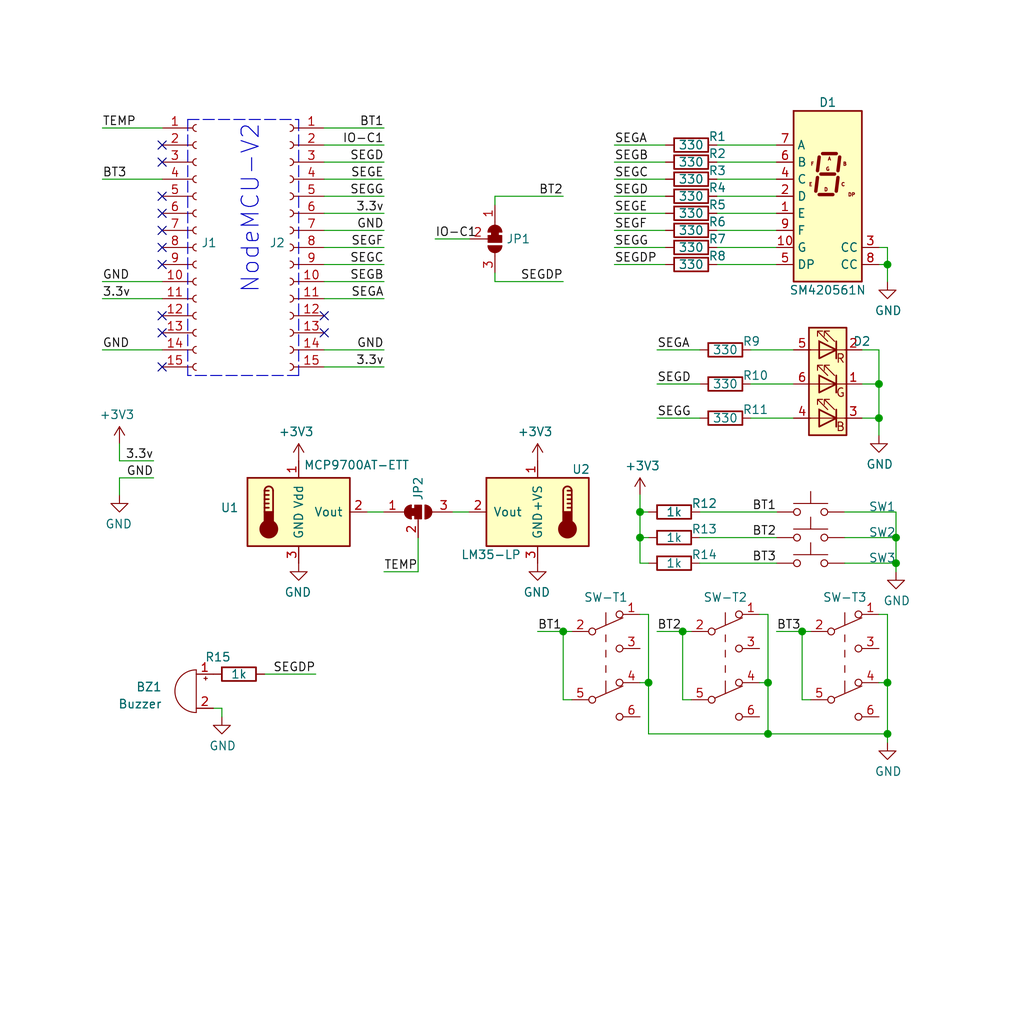
<source format=kicad_sch>
(kicad_sch (version 20210406) (generator eeschema)
  (paper "User" 152.4 152.4)
  (title_block (title "E707 Basic NodeMCU-V2 Shield") (date "2021-04-05") (rev "1.2S-U") (company "Electro707") (comment 1 "Jamal Bouajjaj"))
  (lib_symbols
    (symbol "Connector:Conn_01x15_Female" (pin_names (offset 1.016) hide)
      (property "Reference" "J" (at 0 20.32 0))
      (property "Value" "Conn_01x15_Female" (at 0 -20.32 0))
      (symbol "Conn_01x15_Female_1_1"
        (arc (start 0 -17.272) (end 0 -18.288) (radius (at 0 -17.78) (length 0.508) (angles 90.1 -90.1)) (stroke (width 0.1524)))
        (arc (start 0 -14.732) (end 0 -15.748) (radius (at 0 -15.24) (length 0.508) (angles 90.1 -90.1)) (stroke (width 0.1524)))
        (arc (start 0 -12.192) (end 0 -13.208) (radius (at 0 -12.7) (length 0.508) (angles 90.1 -90.1)) (stroke (width 0.1524)))
        (arc (start 0 -9.652) (end 0 -10.668) (radius (at 0 -10.16) (length 0.508) (angles 90.1 -90.1)) (stroke (width 0.1524)))
        (arc (start 0 -7.112) (end 0 -8.128) (radius (at 0 -7.62) (length 0.508) (angles 90.1 -90.1)) (stroke (width 0.1524)))
        (arc (start 0 -4.572) (end 0 -5.588) (radius (at 0 -5.08) (length 0.508) (angles 90.1 -90.1)) (stroke (width 0.1524)))
        (arc (start 0 -2.032) (end 0 -3.048) (radius (at 0 -2.54) (length 0.508) (angles 90.1 -90.1)) (stroke (width 0.1524)))
        (arc (start 0 0.508) (end 0 -0.508) (radius (at 0 0) (length 0.508) (angles 90.1 -90.1)) (stroke (width 0.1524)))
        (arc (start 0 3.048) (end 0 2.032) (radius (at 0 2.54) (length 0.508) (angles 90.1 -90.1)) (stroke (width 0.1524)))
        (arc (start 0 5.588) (end 0 4.572) (radius (at 0 5.08) (length 0.508) (angles 90.1 -90.1)) (stroke (width 0.1524)))
        (arc (start 0 8.128) (end 0 7.112) (radius (at 0 7.62) (length 0.508) (angles 90.1 -90.1)) (stroke (width 0.1524)))
        (arc (start 0 10.668) (end 0 9.652) (radius (at 0 10.16) (length 0.508) (angles 90.1 -90.1)) (stroke (width 0.1524)))
        (arc (start 0 13.208) (end 0 12.192) (radius (at 0 12.7) (length 0.508) (angles 90.1 -90.1)) (stroke (width 0.1524)))
        (arc (start 0 15.748) (end 0 14.732) (radius (at 0 15.24) (length 0.508) (angles 90.1 -90.1)) (stroke (width 0.1524)))
        (arc (start 0 18.288) (end 0 17.272) (radius (at 0 17.78) (length 0.508) (angles 90.1 -90.1)) (stroke (width 0.1524)))
        (polyline (pts (xy -1.27 -17.78) (xy -0.508 -17.78)) (stroke (width 0.1524)))
        (polyline (pts (xy -1.27 -15.24) (xy -0.508 -15.24)) (stroke (width 0.1524)))
        (polyline (pts (xy -1.27 -12.7) (xy -0.508 -12.7)) (stroke (width 0.1524)))
        (polyline (pts (xy -1.27 -10.16) (xy -0.508 -10.16)) (stroke (width 0.1524)))
        (polyline (pts (xy -1.27 -7.62) (xy -0.508 -7.62)) (stroke (width 0.1524)))
        (polyline (pts (xy -1.27 -5.08) (xy -0.508 -5.08)) (stroke (width 0.1524)))
        (polyline (pts (xy -1.27 -2.54) (xy -0.508 -2.54)) (stroke (width 0.1524)))
        (polyline (pts (xy -1.27 0) (xy -0.508 0)) (stroke (width 0.1524)))
        (polyline (pts (xy -1.27 2.54) (xy -0.508 2.54)) (stroke (width 0.1524)))
        (polyline (pts (xy -1.27 5.08) (xy -0.508 5.08)) (stroke (width 0.1524)))
        (polyline (pts (xy -1.27 7.62) (xy -0.508 7.62)) (stroke (width 0.1524)))
        (polyline (pts (xy -1.27 10.16) (xy -0.508 10.16)) (stroke (width 0.1524)))
        (polyline (pts (xy -1.27 12.7) (xy -0.508 12.7)) (stroke (width 0.1524)))
        (polyline (pts (xy -1.27 15.24) (xy -0.508 15.24)) (stroke (width 0.1524)))
        (polyline (pts (xy -1.27 17.78) (xy -0.508 17.78)) (stroke (width 0.1524)))
        (pin passive line (at -5.08 17.78 0) (length 3.81) (name "Pin_1") (number "1"))
        (pin passive line (at -5.08 -5.08 0) (length 3.81) (name "Pin_10") (number "10"))
        (pin passive line (at -5.08 -7.62 0) (length 3.81) (name "Pin_11") (number "11"))
        (pin passive line (at -5.08 -10.16 0) (length 3.81) (name "Pin_12") (number "12"))
        (pin passive line (at -5.08 -12.7 0) (length 3.81) (name "Pin_13") (number "13"))
        (pin passive line (at -5.08 -15.24 0) (length 3.81) (name "Pin_14") (number "14"))
        (pin passive line (at -5.08 -17.78 0) (length 3.81) (name "Pin_15") (number "15"))
        (pin passive line (at -5.08 15.24 0) (length 3.81) (name "Pin_2") (number "2"))
        (pin passive line (at -5.08 12.7 0) (length 3.81) (name "Pin_3") (number "3"))
        (pin passive line (at -5.08 10.16 0) (length 3.81) (name "Pin_4") (number "4"))
        (pin passive line (at -5.08 7.62 0) (length 3.81) (name "Pin_5") (number "5"))
        (pin passive line (at -5.08 5.08 0) (length 3.81) (name "Pin_6") (number "6"))
        (pin passive line (at -5.08 2.54 0) (length 3.81) (name "Pin_7") (number "7"))
        (pin passive line (at -5.08 0 0) (length 3.81) (name "Pin_8") (number "8"))
        (pin passive line (at -5.08 -2.54 0) (length 3.81) (name "Pin_9") (number "9"))
      )
    )
    (symbol "Device:Buzzer" (pin_names (offset 0.0254) hide)
      (property "Reference" "BZ" (at 3.81 1.27 0))
      (property "Value" "Buzzer" (at 3.81 -1.27 0))
      (symbol "Buzzer_0_1"
        (arc (start 0 -3.175) (end 0 3.175) (radius (at 0 0) (length 3.175) (angles -89.9 89.9)))
        (polyline (pts (xy -1.651 1.905) (xy -1.143 1.905)))
        (polyline (pts (xy -1.397 2.159) (xy -1.397 1.651)))
        (polyline (pts (xy 0 3.175) (xy 0 -3.175)))
      )
      (symbol "Buzzer_1_1"
        (pin passive line (at -2.54 2.54 0) (length 2.54) (name "-") (number "1"))
        (pin passive line (at -2.54 -2.54 0) (length 2.54) (name "+") (number "2"))
      )
    )
    (symbol "Device:LED_RGB" (pin_names (offset 0) hide)
      (property "Reference" "D2" (at -5.08 6.35 0))
      (symbol "LED_RGB_0_0"
        (text "B" (at -1.905 -6.35 0) (effects (font (size 1.27 1.27))))
        (text "G" (at -1.905 -1.27 0) (effects (font (size 1.27 1.27))))
        (text "R" (at -1.905 3.81 0) (effects (font (size 1.27 1.27))))
      )
      (symbol "LED_RGB_0_1"
        (rectangle (start 1.27 -1.27) (end 1.27 1.27))
        (rectangle (start 1.27 1.27) (end 1.27 1.27))
        (rectangle (start 1.27 3.81) (end 1.27 6.35))
        (rectangle (start 1.27 6.35) (end 1.27 6.35))
        (rectangle (start 2.794 8.382) (end -2.794 -7.62) (stroke (width 0.254)) (fill (type background)))
        (polyline (pts (xy -1.27 -5.08) (xy -2.54 -5.08)))
        (polyline (pts (xy -1.27 -5.08) (xy 1.27 -5.08)))
        (polyline (pts (xy -1.27 -3.81) (xy -1.27 -6.35)) (stroke (width 0.254)))
        (polyline (pts (xy -1.27 0) (xy -2.54 0)))
        (polyline (pts (xy -1.27 1.27) (xy -1.27 -1.27)) (stroke (width 0.254)))
        (polyline (pts (xy -1.27 5.08) (xy -2.54 5.08)))
        (polyline (pts (xy -1.27 5.08) (xy 1.27 5.08)))
        (polyline (pts (xy -1.27 6.35) (xy -1.27 3.81)) (stroke (width 0.254)))
        (polyline (pts (xy 1.27 -5.08) (xy 2.54 -5.08)))
        (polyline (pts (xy 1.27 0) (xy -1.27 0)))
        (polyline (pts (xy 1.27 0) (xy 2.54 0)))
        (polyline (pts (xy 1.27 5.08) (xy 2.54 5.08)))
        (polyline (pts (xy -1.27 1.27) (xy -1.27 -1.27) (xy -1.27 -1.27)))
        (polyline (pts (xy -1.27 6.35) (xy -1.27 3.81) (xy -1.27 3.81)))
        (polyline (pts (xy 1.27 -3.81) (xy 1.27 -6.35) (xy -1.27 -5.08) (xy 1.27 -3.81)) (stroke (width 0.254)))
        (polyline (pts (xy 1.27 1.27) (xy 1.27 -1.27) (xy -1.27 0) (xy 1.27 1.27)) (stroke (width 0.254)))
        (polyline (pts (xy 1.27 6.35) (xy 1.27 3.81) (xy -1.27 5.08) (xy 1.27 6.35)) (stroke (width 0.254)))
        (polyline (pts (xy -1.016 -3.81) (xy 0.508 -2.286) (xy -0.254 -2.286) (xy 0.508 -2.286) (xy 0.508 -3.048)))
        (polyline (pts (xy -1.016 1.27) (xy 0.508 2.794) (xy -0.254 2.794) (xy 0.508 2.794) (xy 0.508 2.032)))
        (polyline (pts (xy -1.016 6.35) (xy 0.508 7.874) (xy -0.254 7.874) (xy 0.508 7.874) (xy 0.508 7.112)))
        (polyline (pts (xy 0 -3.81) (xy 1.524 -2.286) (xy 0.762 -2.286) (xy 1.524 -2.286) (xy 1.524 -3.048)))
        (polyline (pts (xy 0 1.27) (xy 1.524 2.794) (xy 0.762 2.794) (xy 1.524 2.794) (xy 1.524 2.032)))
        (polyline (pts (xy 0 6.35) (xy 1.524 7.874) (xy 0.762 7.874) (xy 1.524 7.874) (xy 1.524 7.112)))
      )
      (symbol "LED_RGB_1_1"
        (pin passive line (at -5.08 0 0) (length 2.54) (name "GK") (number "1"))
        (pin passive line (at -5.08 5.08 0) (length 2.54) (name "RK") (number "2"))
        (pin passive line (at -5.08 -5.08 0) (length 2.54) (name "BK") (number "3"))
        (pin passive line (at 5.08 -5.08 180) (length 2.54) (name "BA") (number "4"))
        (pin passive line (at 5.08 5.08 180) (length 2.54) (name "RA") (number "5"))
        (pin passive line (at 5.08 0 180) (length 2.54) (name "GA") (number "6"))
      )
    )
    (symbol "Device:R" (pin_numbers hide) (pin_names (offset 0))
      (property "Reference" "R" (at 2.032 0 90))
      (property "Value" "R" (at 0 0 90))
      (symbol "R_0_1"
        (rectangle (start -1.016 -2.54) (end 1.016 2.54) (stroke (width 0.254)))
      )
      (symbol "R_1_1"
        (pin passive line (at 0 3.81 270) (length 1.27) (name "~") (number "1"))
        (pin passive line (at 0 -3.81 90) (length 1.27) (name "~") (number "2"))
      )
    )
    (symbol "Display_Character:SM420561N"
      (property "Reference" "U" (at -2.54 13.97 0))
      (property "Value" "SM420561N" (at 1.27 13.97 0))
      (symbol "SM420561N_0_0"
        (text "A" (at 0.254 5.588 0) (effects (font (size 0.508 0.508))))
        (text "B" (at 2.54 4.826 0) (effects (font (size 0.508 0.508))))
        (text "C" (at 2.286 1.778 0) (effects (font (size 0.508 0.508))))
        (text "D" (at -0.254 1.016 0) (effects (font (size 0.508 0.508))))
        (text "DP" (at 3.556 0.254 0) (effects (font (size 0.508 0.508))))
        (text "E" (at -2.54 1.778 0) (effects (font (size 0.508 0.508))))
        (text "F" (at -2.286 4.826 0) (effects (font (size 0.508 0.508))))
        (text "G" (at 0 4.064 0) (effects (font (size 0.508 0.508))))
      )
      (symbol "SM420561N_0_1"
        (rectangle (start -5.08 12.7) (end 5.08 -12.7) (stroke (width 0.254)) (fill (type background)))
        (polyline (pts (xy -1.524 2.794) (xy -1.778 0.762)) (stroke (width 0.508)))
        (polyline (pts (xy -1.27 0.254) (xy 0.762 0.254)) (stroke (width 0.508)))
        (polyline (pts (xy -1.27 5.842) (xy -1.524 3.81)) (stroke (width 0.508)))
        (polyline (pts (xy -1.016 3.302) (xy 1.016 3.302)) (stroke (width 0.508)))
        (polyline (pts (xy -0.762 6.35) (xy 1.27 6.35)) (stroke (width 0.508)))
        (polyline (pts (xy 1.524 2.794) (xy 1.27 0.762)) (stroke (width 0.508)))
        (polyline (pts (xy 1.778 5.842) (xy 1.524 3.81)) (stroke (width 0.508)))
        (polyline (pts (xy 2.54 0.254) (xy 2.54 0.254)) (stroke (width 0.508)))
      )
      (symbol "SM420561N_1_1"
        (pin input line (at -7.62 -2.54 0) (length 2.54) (name "E") (number "1"))
        (pin input line (at -7.62 -7.62 0) (length 2.54) (name "G") (number "10"))
        (pin input line (at -7.62 0 0) (length 2.54) (name "D") (number "2"))
        (pin input line (at 7.62 -7.62 180) (length 2.54) (name "CC") (number "3"))
        (pin input line (at -7.62 2.54 0) (length 2.54) (name "C") (number "4"))
        (pin input line (at -7.62 -10.16 0) (length 2.54) (name "DP") (number "5"))
        (pin input line (at -7.62 5.08 0) (length 2.54) (name "B") (number "6"))
        (pin input line (at -7.62 7.62 0) (length 2.54) (name "A") (number "7"))
        (pin input line (at 7.62 -10.16 180) (length 2.54) (name "CC") (number "8"))
        (pin input line (at -7.62 -5.08 0) (length 2.54) (name "F") (number "9"))
      )
    )
    (symbol "Jumper:SolderJumper_3_Bridged12" (pin_names (offset 0) hide)
      (property "Reference" "JP" (at -2.54 -2.54 0))
      (property "Value" "SolderJumper_3_Bridged12" (at 0 2.794 0))
      (symbol "SolderJumper_3_Bridged12_0_1"
        (arc (start -1.016 1.016) (end -1.016 -1.016) (radius (at -1.016 0) (length 1.016) (angles 90.1 -90.1)))
        (arc (start 1.016 -1.016) (end 1.016 1.016) (radius (at 1.016 0) (length 1.016) (angles -89.9 89.9)))
        (arc (start -1.016 1.016) (end -1.016 -1.016) (radius (at -1.016 0) (length 1.016) (angles 90.1 -90.1)) (fill (type outline)))
        (arc (start 1.016 -1.016) (end 1.016 1.016) (radius (at 1.016 0) (length 1.016) (angles -89.9 89.9)) (fill (type outline)))
        (rectangle (start -1.016 0.508) (end -0.508 -0.508) (fill (type outline)))
        (rectangle (start -0.508 1.016) (end 0.508 -1.016) (fill (type outline)))
        (polyline (pts (xy -2.54 0) (xy -2.032 0)))
        (polyline (pts (xy -1.016 1.016) (xy -1.016 -1.016)))
        (polyline (pts (xy 0 -1.27) (xy 0 -1.016)))
        (polyline (pts (xy 1.016 1.016) (xy 1.016 -1.016)))
        (polyline (pts (xy 2.54 0) (xy 2.032 0)))
      )
      (symbol "SolderJumper_3_Bridged12_1_1"
        (pin passive line (at -5.08 0 0) (length 2.54) (name "A") (number "1"))
        (pin input line (at 0 -3.81 90) (length 2.54) (name "C") (number "2"))
        (pin passive line (at 5.08 0 180) (length 2.54) (name "B") (number "3"))
      )
    )
    (symbol "Sensor_Temperature:LM35-LP" (pin_names (offset 1.016))
      (property "Reference" "U" (at -6.35 6.35 0))
      (property "Value" "LM35-LP" (at 1.27 6.35 0))
      (symbol "LM35-LP_0_1"
        (arc (start -3.81 3.175) (end -5.08 3.175) (radius (at -4.445 3.175) (length 0.635) (angles 0.1 179.9)) (stroke (width 0.254)))
        (circle (center -4.445 -2.54) (radius 1.27) (stroke (width 0.254)) (fill (type outline)))
        (rectangle (start -3.81 -1.905) (end -5.08 0) (stroke (width 0.254)) (fill (type outline)))
        (rectangle (start -7.62 5.08) (end 7.62 -5.08) (stroke (width 0.254)) (fill (type background)))
        (polyline (pts (xy -5.08 0.635) (xy -4.445 0.635)) (stroke (width 0.254)))
        (polyline (pts (xy -5.08 1.27) (xy -4.445 1.27)) (stroke (width 0.254)))
        (polyline (pts (xy -5.08 1.905) (xy -4.445 1.905)) (stroke (width 0.254)))
        (polyline (pts (xy -5.08 2.54) (xy -4.445 2.54)) (stroke (width 0.254)))
        (polyline (pts (xy -5.08 3.175) (xy -5.08 0)) (stroke (width 0.254)))
        (polyline (pts (xy -5.08 3.175) (xy -4.445 3.175)) (stroke (width 0.254)))
        (polyline (pts (xy -3.81 3.175) (xy -3.81 0)) (stroke (width 0.254)))
      )
      (symbol "LM35-LP_1_1"
        (pin power_in line (at 0 7.62 270) (length 2.54) (name "+VS") (number "1"))
        (pin output line (at 10.16 0 180) (length 2.54) (name "Vout") (number "2"))
        (pin power_in line (at 0 -7.62 90) (length 2.54) (name "GND") (number "3"))
      )
    )
    (symbol "Sensor_Temperature:MCP9700AT-ETT" (pin_names (offset 1.016))
      (property "Reference" "U" (at -6.35 6.35 0))
      (property "Value" "MCP9700AT-ETT" (at 1.27 6.35 0))
      (symbol "MCP9700AT-ETT_0_1"
        (arc (start -3.81 3.175) (end -5.08 3.175) (radius (at -4.445 3.175) (length 0.635) (angles 0.1 179.9)) (stroke (width 0.254)))
        (circle (center -4.445 -2.54) (radius 1.27) (stroke (width 0.254)) (fill (type outline)))
        (rectangle (start -3.81 -1.905) (end -5.08 0) (stroke (width 0.254)) (fill (type outline)))
        (rectangle (start -7.62 5.08) (end 7.62 -5.08) (stroke (width 0.254)) (fill (type background)))
        (polyline (pts (xy -5.08 0.635) (xy -4.445 0.635)) (stroke (width 0.254)))
        (polyline (pts (xy -5.08 1.27) (xy -4.445 1.27)) (stroke (width 0.254)))
        (polyline (pts (xy -5.08 1.905) (xy -4.445 1.905)) (stroke (width 0.254)))
        (polyline (pts (xy -5.08 2.54) (xy -4.445 2.54)) (stroke (width 0.254)))
        (polyline (pts (xy -5.08 3.175) (xy -5.08 0)) (stroke (width 0.254)))
        (polyline (pts (xy -5.08 3.175) (xy -4.445 3.175)) (stroke (width 0.254)))
        (polyline (pts (xy -3.81 3.175) (xy -3.81 0)) (stroke (width 0.254)))
      )
      (symbol "MCP9700AT-ETT_1_1"
        (pin power_in line (at 0 7.62 270) (length 2.54) (name "Vdd") (number "1"))
        (pin output line (at 10.16 0 180) (length 2.54) (name "Vout") (number "2"))
        (pin power_in line (at 0 -7.62 90) (length 2.54) (name "GND") (number "3"))
      )
    )
    (symbol "Switch:SW_Push" (pin_numbers hide) (pin_names (offset 1.016) hide)
      (property "Reference" "SW" (at 1.27 2.54 0))
      (property "Value" "SW_Push" (at 0 -1.524 0))
      (symbol "SW_Push_0_1"
        (circle (center -2.032 0) (radius 0.508))
        (circle (center 2.032 0) (radius 0.508))
        (polyline (pts (xy 0 1.27) (xy 0 3.048)))
        (polyline (pts (xy 2.54 1.27) (xy -2.54 1.27)))
        (pin passive line (at -5.08 0 0) (length 2.54) (name "1") (number "1"))
        (pin passive line (at 5.08 0 180) (length 2.54) (name "2") (number "2"))
      )
    )
    (symbol "Switch:SW_Push_DPDT" (pin_names (offset 0) hide)
      (property "Reference" "SW" (at 0 8.89 0))
      (property "Value" "SW_Push_DPDT" (at 0 -10.16 0))
      (symbol "SW_Push_DPDT_0_0"
        (circle (center -2.032 -5.08) (radius 0.508))
        (circle (center -2.032 5.08) (radius 0.508))
        (circle (center 2.032 -7.62) (radius 0.508))
        (circle (center 2.032 2.54) (radius 0.508))
      )
      (symbol "SW_Push_DPDT_0_1"
        (circle (center 2.032 -2.54) (radius 0.508))
        (circle (center 2.032 7.62) (radius 0.508))
        (polyline (pts (xy -1.524 -4.826) (xy 2.54 -3.048)))
        (polyline (pts (xy -1.524 5.334) (xy 2.54 7.112)))
        (polyline (pts (xy 0 -2.286) (xy 0 -4.064)))
        (polyline (pts (xy 0 -1.016) (xy 0 0)))
        (polyline (pts (xy 0 1.27) (xy 0 2.286)))
        (polyline (pts (xy 0 3.556) (xy 0 4.572)))
        (polyline (pts (xy 0 7.874) (xy 0 6.096)))
      )
      (symbol "SW_Push_DPDT_1_1"
        (pin passive line (at 5.08 7.62 180) (length 2.54) (name "A") (number "1"))
        (pin passive line (at -5.08 5.08 0) (length 2.54) (name "B") (number "2"))
        (pin passive line (at 5.08 2.54 180) (length 2.54) (name "C") (number "3"))
        (pin passive line (at 5.08 -2.54 180) (length 2.54) (name "A") (number "4"))
        (pin passive line (at -5.08 -5.08 0) (length 2.54) (name "B") (number "5"))
        (pin passive line (at 5.08 -7.62 180) (length 2.54) (name "C") (number "6"))
      )
    )
    (symbol "power:+3.3V" (power) (pin_names (offset 0))
      (property "Value" "+3.3V" (at 0 3.556 0))
      (symbol "+3.3V_0_1"
        (polyline (pts (xy -0.762 1.27) (xy 0 2.54)))
        (polyline (pts (xy 0 0) (xy 0 2.54)))
        (polyline (pts (xy 0 2.54) (xy 0.762 1.27)))
      )
      (symbol "+3.3V_1_1"
        (pin power_in line (at 0 0 90) (length 0) hide (name "+3V3") (number "1"))
      )
    )
    (symbol "power:GND" (power) (pin_names (offset 0))
      (property "Value" "GND" (at 0 -3.81 0))
      (symbol "GND_0_1"
        (polyline (pts (xy 0 0) (xy 0 -1.27) (xy 1.27 -1.27) (xy 0 -2.54) (xy -1.27 -1.27) (xy 0 -1.27)))
      )
      (symbol "GND_1_1"
        (pin power_in line (at 0 0 270) (length 0) hide (name "GND") (number "1"))
      )
    )
  )
  (junction (at 83.82 93.98) (diameter 1.016))
  (junction (at 95.25 76.2) (diameter 1.016))
  (junction (at 95.25 80.01) (diameter 1.016))
  (junction (at 96.52 101.6) (diameter 1.016))
  (junction (at 101.6 93.98) (diameter 1.016))
  (junction (at 114.3 101.6) (diameter 1.016))
  (junction (at 114.3 109.22) (diameter 1.016))
  (junction (at 119.38 93.98) (diameter 1.016))
  (junction (at 130.81 57.15) (diameter 1.016))
  (junction (at 130.81 62.23) (diameter 1.016))
  (junction (at 132.08 39.37) (diameter 1.016))
  (junction (at 132.08 101.6) (diameter 1.016))
  (junction (at 132.08 109.22) (diameter 1.016))
  (junction (at 133.35 80.01) (diameter 1.016))
  (junction (at 133.35 83.82) (diameter 1.016))
  (no_connect (at 24.13 21.59))
  (no_connect (at 24.13 24.13))
  (no_connect (at 24.13 29.21))
  (no_connect (at 24.13 31.75))
  (no_connect (at 24.13 34.29))
  (no_connect (at 24.13 36.83))
  (no_connect (at 24.13 39.37))
  (no_connect (at 24.13 46.99))
  (no_connect (at 24.13 49.53))
  (no_connect (at 24.13 54.61))
  (no_connect (at 48.26 46.99))
  (no_connect (at 48.26 49.53))
  (wire (pts (xy 15.24 19.05) (xy 24.13 19.05)))
  (wire (pts (xy 15.24 26.67) (xy 24.13 26.67)))
  (wire (pts (xy 15.24 41.91) (xy 24.13 41.91)))
  (wire (pts (xy 15.24 44.45) (xy 24.13 44.45)))
  (wire (pts (xy 15.24 52.07) (xy 24.13 52.07)))
  (wire (pts (xy 17.78 68.58) (xy 17.78 66.04)))
  (wire (pts (xy 17.78 71.12) (xy 17.78 73.66)))
  (wire (pts (xy 22.86 68.58) (xy 17.78 68.58)))
  (wire (pts (xy 22.86 71.12) (xy 17.78 71.12)))
  (wire (pts (xy 33.02 105.41) (xy 31.75 105.41)))
  (wire (pts (xy 33.02 106.68) (xy 33.02 105.41)))
  (wire (pts (xy 39.37 100.33) (xy 46.99 100.33)))
  (wire (pts (xy 54.61 76.2) (xy 57.15 76.2)))
  (wire (pts (xy 57.15 19.05) (xy 48.26 19.05)))
  (wire (pts (xy 57.15 21.59) (xy 48.26 21.59)))
  (wire (pts (xy 57.15 24.13) (xy 48.26 24.13)))
  (wire (pts (xy 57.15 26.67) (xy 48.26 26.67)))
  (wire (pts (xy 57.15 29.21) (xy 48.26 29.21)))
  (wire (pts (xy 57.15 31.75) (xy 48.26 31.75)))
  (wire (pts (xy 57.15 34.29) (xy 48.26 34.29)))
  (wire (pts (xy 57.15 36.83) (xy 48.26 36.83)))
  (wire (pts (xy 57.15 39.37) (xy 48.26 39.37)))
  (wire (pts (xy 57.15 41.91) (xy 48.26 41.91)))
  (wire (pts (xy 57.15 44.45) (xy 48.26 44.45)))
  (wire (pts (xy 57.15 52.07) (xy 48.26 52.07)))
  (wire (pts (xy 57.15 54.61) (xy 48.26 54.61)))
  (wire (pts (xy 62.23 80.01) (xy 62.23 85.09)))
  (wire (pts (xy 62.23 85.09) (xy 57.15 85.09)))
  (wire (pts (xy 64.77 35.56) (xy 69.85 35.56)))
  (wire (pts (xy 67.31 76.2) (xy 69.85 76.2)))
  (wire (pts (xy 73.66 29.21) (xy 73.66 30.48)))
  (wire (pts (xy 73.66 41.91) (xy 73.66 40.64)))
  (wire (pts (xy 73.66 41.91) (xy 83.82 41.91)))
  (wire (pts (xy 80.01 93.98) (xy 83.82 93.98)))
  (wire (pts (xy 83.82 29.21) (xy 73.66 29.21)))
  (wire (pts (xy 83.82 93.98) (xy 85.09 93.98)))
  (wire (pts (xy 83.82 104.14) (xy 83.82 93.98)))
  (wire (pts (xy 85.09 104.14) (xy 83.82 104.14)))
  (wire (pts (xy 91.44 21.59) (xy 99.06 21.59)))
  (wire (pts (xy 91.44 24.13) (xy 99.06 24.13)))
  (wire (pts (xy 91.44 26.67) (xy 99.06 26.67)))
  (wire (pts (xy 91.44 29.21) (xy 99.06 29.21)))
  (wire (pts (xy 91.44 31.75) (xy 99.06 31.75)))
  (wire (pts (xy 91.44 34.29) (xy 99.06 34.29)))
  (wire (pts (xy 91.44 36.83) (xy 99.06 36.83)))
  (wire (pts (xy 91.44 39.37) (xy 99.06 39.37)))
  (wire (pts (xy 95.25 73.66) (xy 95.25 76.2)))
  (wire (pts (xy 95.25 76.2) (xy 95.25 80.01)))
  (wire (pts (xy 95.25 76.2) (xy 96.52 76.2)))
  (wire (pts (xy 95.25 80.01) (xy 95.25 83.82)))
  (wire (pts (xy 95.25 80.01) (xy 96.52 80.01)))
  (wire (pts (xy 95.25 83.82) (xy 96.52 83.82)))
  (wire (pts (xy 95.25 91.44) (xy 96.52 91.44)))
  (wire (pts (xy 96.52 91.44) (xy 96.52 101.6)))
  (wire (pts (xy 96.52 101.6) (xy 95.25 101.6)))
  (wire (pts (xy 96.52 101.6) (xy 96.52 109.22)))
  (wire (pts (xy 96.52 109.22) (xy 114.3 109.22)))
  (wire (pts (xy 97.79 52.07) (xy 104.14 52.07)))
  (wire (pts (xy 97.79 57.15) (xy 104.14 57.15)))
  (wire (pts (xy 97.79 62.23) (xy 104.14 62.23)))
  (wire (pts (xy 97.79 93.98) (xy 101.6 93.98)))
  (wire (pts (xy 101.6 93.98) (xy 102.87 93.98)))
  (wire (pts (xy 101.6 104.14) (xy 101.6 93.98)))
  (wire (pts (xy 102.87 104.14) (xy 101.6 104.14)))
  (wire (pts (xy 104.14 80.01) (xy 115.57 80.01)))
  (wire (pts (xy 104.14 83.82) (xy 115.57 83.82)))
  (wire (pts (xy 106.68 21.59) (xy 115.57 21.59)))
  (wire (pts (xy 106.68 24.13) (xy 115.57 24.13)))
  (wire (pts (xy 106.68 26.67) (xy 115.57 26.67)))
  (wire (pts (xy 106.68 29.21) (xy 115.57 29.21)))
  (wire (pts (xy 106.68 31.75) (xy 115.57 31.75)))
  (wire (pts (xy 106.68 34.29) (xy 115.57 34.29)))
  (wire (pts (xy 106.68 36.83) (xy 115.57 36.83)))
  (wire (pts (xy 106.68 39.37) (xy 115.57 39.37)))
  (wire (pts (xy 111.76 52.07) (xy 118.11 52.07)))
  (wire (pts (xy 111.76 57.15) (xy 118.11 57.15)))
  (wire (pts (xy 111.76 62.23) (xy 118.11 62.23)))
  (wire (pts (xy 113.03 91.44) (xy 114.3 91.44)))
  (wire (pts (xy 114.3 91.44) (xy 114.3 101.6)))
  (wire (pts (xy 114.3 101.6) (xy 113.03 101.6)))
  (wire (pts (xy 114.3 109.22) (xy 114.3 101.6)))
  (wire (pts (xy 114.3 109.22) (xy 132.08 109.22)))
  (wire (pts (xy 115.57 76.2) (xy 104.14 76.2)))
  (wire (pts (xy 115.57 93.98) (xy 119.38 93.98)))
  (wire (pts (xy 119.38 93.98) (xy 120.65 93.98)))
  (wire (pts (xy 119.38 104.14) (xy 119.38 93.98)))
  (wire (pts (xy 120.65 104.14) (xy 119.38 104.14)))
  (wire (pts (xy 125.73 76.2) (xy 133.35 76.2)))
  (wire (pts (xy 125.73 80.01) (xy 133.35 80.01)))
  (wire (pts (xy 125.73 83.82) (xy 133.35 83.82)))
  (wire (pts (xy 128.27 52.07) (xy 130.81 52.07)))
  (wire (pts (xy 128.27 62.23) (xy 130.81 62.23)))
  (wire (pts (xy 130.81 36.83) (xy 132.08 36.83)))
  (wire (pts (xy 130.81 52.07) (xy 130.81 57.15)))
  (wire (pts (xy 130.81 57.15) (xy 128.27 57.15)))
  (wire (pts (xy 130.81 62.23) (xy 130.81 57.15)))
  (wire (pts (xy 130.81 64.77) (xy 130.81 62.23)))
  (wire (pts (xy 130.81 91.44) (xy 132.08 91.44)))
  (wire (pts (xy 132.08 36.83) (xy 132.08 39.37)))
  (wire (pts (xy 132.08 39.37) (xy 130.81 39.37)))
  (wire (pts (xy 132.08 39.37) (xy 132.08 41.91)))
  (wire (pts (xy 132.08 91.44) (xy 132.08 101.6)))
  (wire (pts (xy 132.08 101.6) (xy 130.81 101.6)))
  (wire (pts (xy 132.08 101.6) (xy 132.08 109.22)))
  (wire (pts (xy 132.08 110.49) (xy 132.08 109.22)))
  (wire (pts (xy 133.35 76.2) (xy 133.35 80.01)))
  (wire (pts (xy 133.35 80.01) (xy 133.35 83.82)))
  (wire (pts (xy 133.35 83.82) (xy 133.35 85.09)))
  (polyline (pts (xy 27.94 17.78) (xy 27.94 55.88)) (stroke (width 0) (type dash)))
  (polyline (pts (xy 27.94 17.78) (xy 44.45 17.78)) (stroke (width 0) (type dash)))
  (polyline (pts (xy 44.45 17.78) (xy 44.45 55.88)) (stroke (width 0) (type dash)))
  (polyline (pts (xy 44.45 55.88) (xy 27.94 55.88)) (stroke (width 0) (type dash)))
  (text "NodeMCU-V2" (at 38.735 18.415 270) (effects (font (size 2.54 2.54)) (justify right bottom)))
  (label "TEMP" (at 15.24 19.05 0))
  (label "BT3" (at 15.24 26.67 0))
  (label "GND" (at 15.24 41.91 0))
  (label "3.3v" (at 15.24 44.45 0))
  (label "GND" (at 15.24 52.07 0))
  (label "3.3v" (at 22.86 68.58 180))
  (label "GND" (at 22.86 71.12 180))
  (label "SEGDP" (at 46.99 100.33 180))
  (label "BT1" (at 57.15 19.05 180))
  (label "IO-C1" (at 57.15 21.59 180))
  (label "SEGD" (at 57.15 24.13 180))
  (label "SEGE" (at 57.15 26.67 180))
  (label "SEGG" (at 57.15 29.21 180))
  (label "3.3v" (at 57.15 31.75 180))
  (label "GND" (at 57.15 34.29 180))
  (label "SEGF" (at 57.15 36.83 180))
  (label "SEGC" (at 57.15 39.37 180))
  (label "SEGB" (at 57.15 41.91 180))
  (label "SEGA" (at 57.15 44.45 180))
  (label "GND" (at 57.15 52.07 180))
  (label "3.3v" (at 57.15 54.61 180))
  (label "TEMP" (at 57.15 85.09 0))
  (label "IO-C1" (at 64.77 35.56 0))
  (label "BT1" (at 80.01 93.98 0))
  (label "BT2" (at 83.82 29.21 180))
  (label "SEGDP" (at 83.82 41.91 180))
  (label "SEGA" (at 91.44 21.59 0))
  (label "SEGB" (at 91.44 24.13 0))
  (label "SEGC" (at 91.44 26.67 0))
  (label "SEGD" (at 91.44 29.21 0))
  (label "SEGE" (at 91.44 31.75 0))
  (label "SEGF" (at 91.44 34.29 0))
  (label "SEGG" (at 91.44 36.83 0))
  (label "SEGDP" (at 91.44 39.37 0))
  (label "SEGA" (at 97.79 52.07 0))
  (label "SEGD" (at 97.79 57.15 0))
  (label "SEGG" (at 97.79 62.23 0))
  (label "BT2" (at 97.79 93.98 0))
  (label "BT1" (at 115.57 76.2 180))
  (label "BT2" (at 115.57 80.01 180))
  (label "BT3" (at 115.57 83.82 180))
  (label "BT3" (at 115.57 93.98 0))
  (symbol (lib_id "power:+3.3V") (at 17.78 66.04 0) (mirror y) (unit 1)
    (property "Reference" "#PWR04" (effects hide))
    (property "Value" "+3.3V" (at 17.4117 61.7156 0))
  )
  (symbol (lib_id "power:+3.3V") (at 44.45 68.58 0) (mirror y) (unit 1)
    (property "Reference" "#PWR0101" (effects hide))
    (property "Value" "+3.3V" (at 44.0817 64.2556 0))
  )
  (symbol (lib_id "power:+3.3V") (at 80.01 68.58 0) (mirror y) (unit 1)
    (property "Reference" "#PWR03" (effects hide))
    (property "Value" "+3.3V" (at 79.6417 64.2556 0))
  )
  (symbol (lib_id "power:+3.3V") (at 95.25 73.66 0) (unit 1)
    (property "Reference" "#PWR05" (effects hide))
    (property "Value" "+3.3V" (at 95.6183 69.3356 0))
  )
  (symbol (lib_id "power:GND") (at 17.78 73.66 0) (mirror y) (unit 1)
    (property "Reference" "#PWR06" (effects hide))
    (property "Value" "GND" (at 17.6657 77.9844 0))
  )
  (symbol (lib_id "power:GND") (at 33.02 106.68 0) (unit 1)
    (property "Reference" "#PWR0103" (effects hide))
    (property "Value" "GND" (at 33.1343 111.0044 0))
  )
  (symbol (lib_id "power:GND") (at 44.45 83.82 0) (mirror y) (unit 1)
    (property "Reference" "#PWR0102" (effects hide))
    (property "Value" "GND" (at 44.3357 88.1444 0))
  )
  (symbol (lib_id "power:GND") (at 80.01 83.82 0) (mirror y) (unit 1)
    (property "Reference" "#PWR07" (effects hide))
    (property "Value" "GND" (at 79.8957 88.1444 0))
  )
  (symbol (lib_id "power:GND") (at 130.81 64.77 0) (unit 1)
    (property "Reference" "#PWR02" (effects hide))
    (property "Value" "GND" (at 130.9243 69.0944 0))
  )
  (symbol (lib_id "power:GND") (at 132.08 41.91 0) (unit 1)
    (property "Reference" "#PWR01" (effects hide))
    (property "Value" "GND" (at 132.1943 46.2344 0))
  )
  (symbol (lib_id "power:GND") (at 132.08 110.49 0) (unit 1)
    (property "Reference" "#PWR?" (effects hide))
    (property "Value" "GND" (at 132.1943 114.8144 0))
  )
  (symbol (lib_id "power:GND") (at 133.35 85.09 0) (unit 1)
    (property "Reference" "#PWR0104" (effects hide))
    (property "Value" "GND" (at 133.4643 89.4144 0))
  )
  (symbol (lib_id "Device:R") (at 35.56 100.33 90) (unit 1)
    (property "Reference" "R15" (at 30.48 97.79 90) (effects (justify right)))
    (property "Value" "1k" (at 35.56 100.33 90))
    (property "Footprint" "Resistor_SMD:R_1206_3216Metric_Pad1.30x1.75mm_HandSolder" (effects hide))
  )
  (symbol (lib_id "Device:R") (at 100.33 76.2 90) (unit 1)
    (property "Reference" "R12" (at 102.87 74.93 90) (effects (justify right)))
    (property "Value" "1k" (at 100.33 76.2 90))
    (property "Footprint" "Resistor_SMD:R_1206_3216Metric_Pad1.30x1.75mm_HandSolder" (effects hide))
  )
  (symbol (lib_id "Device:R") (at 100.33 80.01 90) (unit 1)
    (property "Reference" "R13" (at 102.87 78.74 90) (effects (justify right)))
    (property "Value" "1k" (at 100.33 80.01 90))
    (property "Footprint" "Resistor_SMD:R_1206_3216Metric_Pad1.30x1.75mm_HandSolder" (effects hide))
  )
  (symbol (lib_id "Device:R") (at 100.33 83.82 90) (unit 1)
    (property "Reference" "R14" (at 102.87 82.55 90) (effects (justify right)))
    (property "Value" "1k" (at 100.33 83.82 90))
    (property "Footprint" "Resistor_SMD:R_1206_3216Metric_Pad1.30x1.75mm_HandSolder" (effects hide))
  )
  (symbol (lib_id "Device:R") (at 102.87 21.59 90) (unit 1)
    (property "Reference" "R1" (at 105.41 20.32 90) (effects (justify right)))
    (property "Value" "330" (at 102.87 21.59 90))
    (property "Footprint" "Resistor_SMD:R_1206_3216Metric_Pad1.30x1.75mm_HandSolder" (effects hide))
  )
  (symbol (lib_id "Device:R") (at 102.87 24.13 90) (unit 1)
    (property "Reference" "R2" (at 105.41 22.86 90) (effects (justify right)))
    (property "Value" "330" (at 102.87 24.13 90))
    (property "Footprint" "Resistor_SMD:R_1206_3216Metric_Pad1.30x1.75mm_HandSolder" (effects hide))
  )
  (symbol (lib_id "Device:R") (at 102.87 26.67 90) (unit 1)
    (property "Reference" "R3" (at 105.41 25.4 90) (effects (justify right)))
    (property "Value" "330" (at 102.87 26.67 90))
    (property "Footprint" "Resistor_SMD:R_1206_3216Metric_Pad1.30x1.75mm_HandSolder" (effects hide))
  )
  (symbol (lib_id "Device:R") (at 102.87 29.21 90) (unit 1)
    (property "Reference" "R4" (at 105.41 27.94 90) (effects (justify right)))
    (property "Value" "330" (at 102.87 29.21 90))
    (property "Footprint" "Resistor_SMD:R_1206_3216Metric_Pad1.30x1.75mm_HandSolder" (effects hide))
  )
  (symbol (lib_id "Device:R") (at 102.87 31.75 90) (unit 1)
    (property "Reference" "R5" (at 105.41 30.48 90) (effects (justify right)))
    (property "Value" "330" (at 102.87 31.75 90))
    (property "Footprint" "Resistor_SMD:R_1206_3216Metric_Pad1.30x1.75mm_HandSolder" (effects hide))
  )
  (symbol (lib_id "Device:R") (at 102.87 34.29 90) (unit 1)
    (property "Reference" "R6" (at 105.41 33.02 90) (effects (justify right)))
    (property "Value" "330" (at 102.87 34.29 90))
    (property "Footprint" "Resistor_SMD:R_1206_3216Metric_Pad1.30x1.75mm_HandSolder" (effects hide))
  )
  (symbol (lib_id "Device:R") (at 102.87 36.83 90) (unit 1)
    (property "Reference" "R7" (at 105.41 35.56 90) (effects (justify right)))
    (property "Value" "330" (at 102.87 36.83 90))
    (property "Footprint" "Resistor_SMD:R_1206_3216Metric_Pad1.30x1.75mm_HandSolder" (effects hide))
  )
  (symbol (lib_id "Device:R") (at 102.87 39.37 90) (unit 1)
    (property "Reference" "R8" (at 105.41 38.1 90) (effects (justify right)))
    (property "Value" "330" (at 102.87 39.37 90))
    (property "Footprint" "Resistor_SMD:R_1206_3216Metric_Pad1.30x1.75mm_HandSolder" (effects hide))
  )
  (symbol (lib_id "Device:R") (at 107.95 52.07 90) (unit 1)
    (property "Reference" "R9" (at 110.49 50.8 90) (effects (justify right)))
    (property "Value" "330" (at 107.95 52.07 90))
    (property "Footprint" "Resistor_SMD:R_1206_3216Metric_Pad1.30x1.75mm_HandSolder" (effects hide))
  )
  (symbol (lib_id "Device:R") (at 107.95 57.15 90) (unit 1)
    (property "Reference" "R10" (at 110.49 55.88 90) (effects (justify right)))
    (property "Value" "330" (at 107.95 57.15 90))
    (property "Footprint" "Resistor_SMD:R_1206_3216Metric_Pad1.30x1.75mm_HandSolder" (effects hide))
  )
  (symbol (lib_id "Device:R") (at 107.95 62.23 90) (unit 1)
    (property "Reference" "R11" (at 110.49 60.96 90) (effects (justify right)))
    (property "Value" "330" (at 107.95 62.23 90))
    (property "Footprint" "Resistor_SMD:R_1206_3216Metric_Pad1.30x1.75mm_HandSolder" (effects hide))
  )
  (symbol (lib_id "Device:Buzzer") (at 29.21 102.87 0) (mirror y) (unit 1)
    (property "Reference" "BZ1" (at 24.13 102.2349 0) (effects (justify left)))
    (property "Value" "Buzzer" (at 24.13 104.7749 0) (effects (justify left)))
    (property "Footprint" "Buzzer_Beeper:Buzzer_12x9.5RM7.6" (effects hide))
  )
  (symbol (lib_id "Switch:SW_Push") (at 120.65 76.2 0) (unit 1)
    (property "Reference" "SW1" (at 133.35 75.4126 0) (effects (justify right)))
    (property "Value" "SW_Push" (effects hide))
    (property "Footprint" "Button_Switch_SMD:SW_Push_1P1T_NO_6x6mm_H9.5mm" (effects hide))
  )
  (symbol (lib_id "Switch:SW_Push") (at 120.65 80.01 0) (unit 1)
    (property "Reference" "SW2" (at 133.35 79.2226 0) (effects (justify right)))
    (property "Value" "SW_Push" (effects hide))
    (property "Footprint" "Button_Switch_SMD:SW_Push_1P1T_NO_6x6mm_H9.5mm" (effects hide))
  )
  (symbol (lib_id "Switch:SW_Push") (at 120.65 83.82 0) (unit 1)
    (property "Reference" "SW3" (at 133.35 83.0326 0) (effects (justify right)))
    (property "Value" "SW_Push" (effects hide))
    (property "Footprint" "Button_Switch_SMD:SW_Push_1P1T_NO_6x6mm_H9.5mm" (effects hide))
  )
  (symbol (lib_id "Jumper:SolderJumper_3_Bridged12") (at 62.23 76.2 0) (unit 1)
    (property "Reference" "JP2" (at 62.23 74.5489 90) (effects (justify left)))
    (property "Value" "SolderJumper_3_Bridged12" (effects hide))
    (property "Footprint" "Jumper:SolderJumper-3_P1.3mm_Bridged12_Pad1.0x1.5mm" (effects hide))
  )
  (symbol (lib_id "Jumper:SolderJumper_3_Bridged12") (at 73.66 35.56 270) (unit 1)
    (property "Reference" "JP1" (at 75.3111 35.56 90) (effects (justify left)))
    (property "Value" "SolderJumper_3_Bridged12" (effects hide))
    (property "Footprint" "Jumper:SolderJumper-3_P1.3mm_Bridged12_Pad1.0x1.5mm" (effects hide))
  )
  (symbol (lib_id "Switch:SW_Push_DPDT") (at 90.17 99.06 0) (unit 1)
    (property "Reference" "SW-T1" (at 90.17 88.9 0))
    (property "Value" "SW_Push_DPDT" (effects hide))
    (property "Footprint" "Button_Switch_THT:SW_CuK_JS202011CQN_DPDT_Straight" (effects hide))
  )
  (symbol (lib_id "Switch:SW_Push_DPDT") (at 107.95 99.06 0) (unit 1)
    (property "Reference" "SW-T2" (at 107.95 88.9 0))
    (property "Value" "SW_Push_DPDT" (effects hide))
    (property "Footprint" "Button_Switch_THT:SW_CuK_JS202011CQN_DPDT_Straight" (effects hide))
  )
  (symbol (lib_id "Device:LED_RGB") (at 123.19 57.15 0) (mirror y) (unit 1)
    (property "Reference" "D2" (at 128.27 50.8 0))
    (property "Value" "LED_RGB" (effects hide))
    (property "Footprint" "LED_SMD:LED_RGB_5050-6" (effects hide))
    (property "LCSC" "C784540" (effects hide))
  )
  (symbol (lib_id "Switch:SW_Push_DPDT") (at 125.73 99.06 0) (unit 1)
    (property "Reference" "SW-T3" (at 125.73 88.9 0))
    (property "Value" "SW_Push_DPDT" (effects hide))
    (property "Footprint" "Button_Switch_THT:SW_CuK_JS202011CQN_DPDT_Straight" (effects hide))
  )
  (symbol (lib_id "Connector:Conn_01x15_Female") (at 29.21 36.83 0) (unit 1)
    (property "Reference" "J1" (at 29.9213 36.1378 0) (effects (justify left)))
    (property "Value" "Conn_01x15_Female" (effects hide))
    (property "Footprint" "Connector_PinSocket_2.54mm:PinSocket_1x15_P2.54mm_Vertical" (effects hide))
  )
  (symbol (lib_id "Connector:Conn_01x15_Female") (at 43.18 36.83 0) (mirror y) (unit 1)
    (property "Reference" "J2" (at 42.4687 36.1378 0) (effects (justify left)))
    (property "Value" "Conn_01x15_Female" (effects hide))
    (property "Footprint" "Connector_PinSocket_2.54mm:PinSocket_1x15_P2.54mm_Vertical" (effects hide))
  )
  (symbol (lib_id "Sensor_Temperature:MCP9700AT-ETT") (at 44.45 76.2 0) (unit 1)
    (property "Reference" "U1" (at 35.56 75.5649 0) (effects (justify right)))
    (property "Value" "MCP9700AT-ETT" (at 60.96 69.2149 0) (effects (justify right)))
    (property "Footprint" "Package_TO_SOT_SMD:SOT-23" (effects hide))
    (property "Datasheet" "http://ww1.microchip.com/downloads/en/DeviceDoc/21942e.pdf" (effects hide))
  )
  (symbol (lib_id "Sensor_Temperature:LM35-LP") (at 80.01 76.2 0) (mirror y) (unit 1)
    (property "Reference" "U2" (at 85.09 69.85 0) (effects (justify right)))
    (property "Value" "LM35-LP" (at 68.58 82.55 0) (effects (justify right)))
    (property "Footprint" "Package_TO_SOT_THT:TO-92L_Wide" (effects hide))
    (property "Datasheet" "http://www.ti.com/lit/ds/symlink/lm35.pdf" (effects hide))
  )
  (symbol (lib_id "Display_Character:SM420561N") (at 123.19 29.21 0) (unit 1)
    (property "Reference" "D1" (at 123.19 15.24 0))
    (property "Value" "SM420561N" (at 123.19 43.18 0))
    (property "Footprint" "Display_7Segment:7SegmentLED_LTS6760_LTS6780" (effects hide))
    (property "Datasheet" "https://datasheet.lcsc.com/szlcsc/Wuxi-ARK-Tech-Elec-SM420561N_C141367.pdf" (effects hide))
  )
)
</source>
